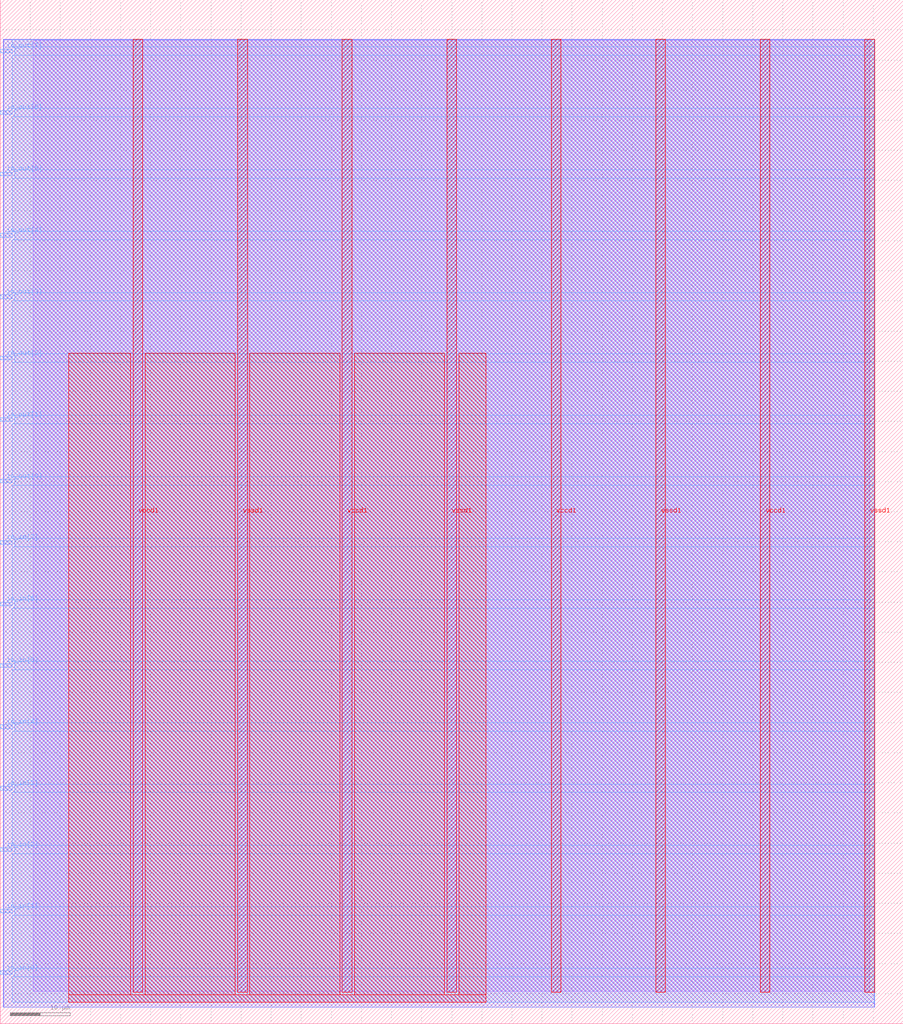
<source format=lef>
VERSION 5.7 ;
  NOWIREEXTENSIONATPIN ON ;
  DIVIDERCHAR "/" ;
  BUSBITCHARS "[]" ;
MACRO tholin_avalonsemi_5401
  CLASS BLOCK ;
  FOREIGN tholin_avalonsemi_5401 ;
  ORIGIN 0.000 0.000 ;
  SIZE 150.000 BY 170.000 ;
  PIN io_in[0]
    DIRECTION INPUT ;
    USE SIGNAL ;
    PORT
      LAYER met3 ;
        RECT 0.000 8.200 2.000 8.800 ;
    END
  END io_in[0]
  PIN io_in[1]
    DIRECTION INPUT ;
    USE SIGNAL ;
    PORT
      LAYER met3 ;
        RECT 0.000 18.400 2.000 19.000 ;
    END
  END io_in[1]
  PIN io_in[2]
    DIRECTION INPUT ;
    USE SIGNAL ;
    PORT
      LAYER met3 ;
        RECT 0.000 28.600 2.000 29.200 ;
    END
  END io_in[2]
  PIN io_in[3]
    DIRECTION INPUT ;
    USE SIGNAL ;
    PORT
      LAYER met3 ;
        RECT 0.000 38.800 2.000 39.400 ;
    END
  END io_in[3]
  PIN io_in[4]
    DIRECTION INPUT ;
    USE SIGNAL ;
    PORT
      LAYER met3 ;
        RECT 0.000 49.000 2.000 49.600 ;
    END
  END io_in[4]
  PIN io_in[5]
    DIRECTION INPUT ;
    USE SIGNAL ;
    PORT
      LAYER met3 ;
        RECT 0.000 59.200 2.000 59.800 ;
    END
  END io_in[5]
  PIN io_in[6]
    DIRECTION INPUT ;
    USE SIGNAL ;
    PORT
      LAYER met3 ;
        RECT 0.000 69.400 2.000 70.000 ;
    END
  END io_in[6]
  PIN io_in[7]
    DIRECTION INPUT ;
    USE SIGNAL ;
    PORT
      LAYER met3 ;
        RECT 0.000 79.600 2.000 80.200 ;
    END
  END io_in[7]
  PIN io_out[0]
    DIRECTION OUTPUT TRISTATE ;
    USE SIGNAL ;
    PORT
      LAYER met3 ;
        RECT 0.000 89.800 2.000 90.400 ;
    END
  END io_out[0]
  PIN io_out[1]
    DIRECTION OUTPUT TRISTATE ;
    USE SIGNAL ;
    PORT
      LAYER met3 ;
        RECT 0.000 100.000 2.000 100.600 ;
    END
  END io_out[1]
  PIN io_out[2]
    DIRECTION OUTPUT TRISTATE ;
    USE SIGNAL ;
    PORT
      LAYER met3 ;
        RECT 0.000 110.200 2.000 110.800 ;
    END
  END io_out[2]
  PIN io_out[3]
    DIRECTION OUTPUT TRISTATE ;
    USE SIGNAL ;
    PORT
      LAYER met3 ;
        RECT 0.000 120.400 2.000 121.000 ;
    END
  END io_out[3]
  PIN io_out[4]
    DIRECTION OUTPUT TRISTATE ;
    USE SIGNAL ;
    PORT
      LAYER met3 ;
        RECT 0.000 130.600 2.000 131.200 ;
    END
  END io_out[4]
  PIN io_out[5]
    DIRECTION OUTPUT TRISTATE ;
    USE SIGNAL ;
    PORT
      LAYER met3 ;
        RECT 0.000 140.800 2.000 141.400 ;
    END
  END io_out[5]
  PIN io_out[6]
    DIRECTION OUTPUT TRISTATE ;
    USE SIGNAL ;
    PORT
      LAYER met3 ;
        RECT 0.000 151.000 2.000 151.600 ;
    END
  END io_out[6]
  PIN io_out[7]
    DIRECTION OUTPUT TRISTATE ;
    USE SIGNAL ;
    PORT
      LAYER met3 ;
        RECT 0.000 161.200 2.000 161.800 ;
    END
  END io_out[7]
  PIN vccd1
    DIRECTION INOUT ;
    USE POWER ;
    PORT
      LAYER met4 ;
        RECT 22.085 5.200 23.685 163.440 ;
    END
    PORT
      LAYER met4 ;
        RECT 56.815 5.200 58.415 163.440 ;
    END
    PORT
      LAYER met4 ;
        RECT 91.545 5.200 93.145 163.440 ;
    END
    PORT
      LAYER met4 ;
        RECT 126.275 5.200 127.875 163.440 ;
    END
  END vccd1
  PIN vssd1
    DIRECTION INOUT ;
    USE GROUND ;
    PORT
      LAYER met4 ;
        RECT 39.450 5.200 41.050 163.440 ;
    END
    PORT
      LAYER met4 ;
        RECT 74.180 5.200 75.780 163.440 ;
    END
    PORT
      LAYER met4 ;
        RECT 108.910 5.200 110.510 163.440 ;
    END
    PORT
      LAYER met4 ;
        RECT 143.640 5.200 145.240 163.440 ;
    END
  END vssd1
  OBS
      LAYER li1 ;
        RECT 5.520 5.355 144.440 163.285 ;
      LAYER met1 ;
        RECT 0.530 2.760 145.240 163.440 ;
      LAYER met2 ;
        RECT 0.560 2.730 145.210 163.385 ;
      LAYER met3 ;
        RECT 2.000 162.200 145.230 163.365 ;
        RECT 2.400 160.800 145.230 162.200 ;
        RECT 2.000 152.000 145.230 160.800 ;
        RECT 2.400 150.600 145.230 152.000 ;
        RECT 2.000 141.800 145.230 150.600 ;
        RECT 2.400 140.400 145.230 141.800 ;
        RECT 2.000 131.600 145.230 140.400 ;
        RECT 2.400 130.200 145.230 131.600 ;
        RECT 2.000 121.400 145.230 130.200 ;
        RECT 2.400 120.000 145.230 121.400 ;
        RECT 2.000 111.200 145.230 120.000 ;
        RECT 2.400 109.800 145.230 111.200 ;
        RECT 2.000 101.000 145.230 109.800 ;
        RECT 2.400 99.600 145.230 101.000 ;
        RECT 2.000 90.800 145.230 99.600 ;
        RECT 2.400 89.400 145.230 90.800 ;
        RECT 2.000 80.600 145.230 89.400 ;
        RECT 2.400 79.200 145.230 80.600 ;
        RECT 2.000 70.400 145.230 79.200 ;
        RECT 2.400 69.000 145.230 70.400 ;
        RECT 2.000 60.200 145.230 69.000 ;
        RECT 2.400 58.800 145.230 60.200 ;
        RECT 2.000 50.000 145.230 58.800 ;
        RECT 2.400 48.600 145.230 50.000 ;
        RECT 2.000 39.800 145.230 48.600 ;
        RECT 2.400 38.400 145.230 39.800 ;
        RECT 2.000 29.600 145.230 38.400 ;
        RECT 2.400 28.200 145.230 29.600 ;
        RECT 2.000 19.400 145.230 28.200 ;
        RECT 2.400 18.000 145.230 19.400 ;
        RECT 2.000 9.200 145.230 18.000 ;
        RECT 2.400 7.800 145.230 9.200 ;
        RECT 2.000 3.575 145.230 7.800 ;
      LAYER met4 ;
        RECT 11.335 4.800 21.685 111.345 ;
        RECT 24.085 4.800 39.050 111.345 ;
        RECT 41.450 4.800 56.415 111.345 ;
        RECT 58.815 4.800 73.780 111.345 ;
        RECT 76.180 4.800 80.665 111.345 ;
        RECT 11.335 3.575 80.665 4.800 ;
  END
END tholin_avalonsemi_5401
END LIBRARY


</source>
